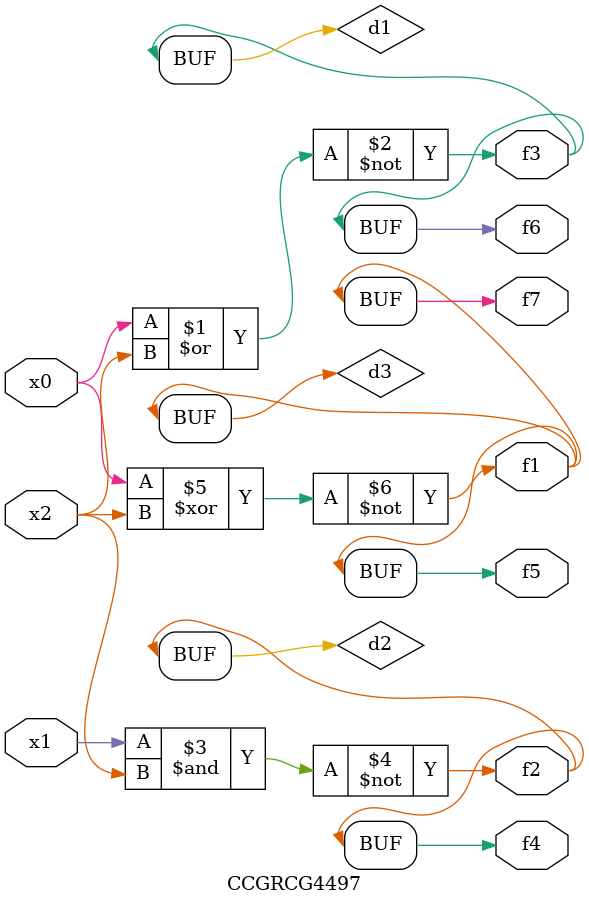
<source format=v>
module CCGRCG4497(
	input x0, x1, x2,
	output f1, f2, f3, f4, f5, f6, f7
);

	wire d1, d2, d3;

	nor (d1, x0, x2);
	nand (d2, x1, x2);
	xnor (d3, x0, x2);
	assign f1 = d3;
	assign f2 = d2;
	assign f3 = d1;
	assign f4 = d2;
	assign f5 = d3;
	assign f6 = d1;
	assign f7 = d3;
endmodule

</source>
